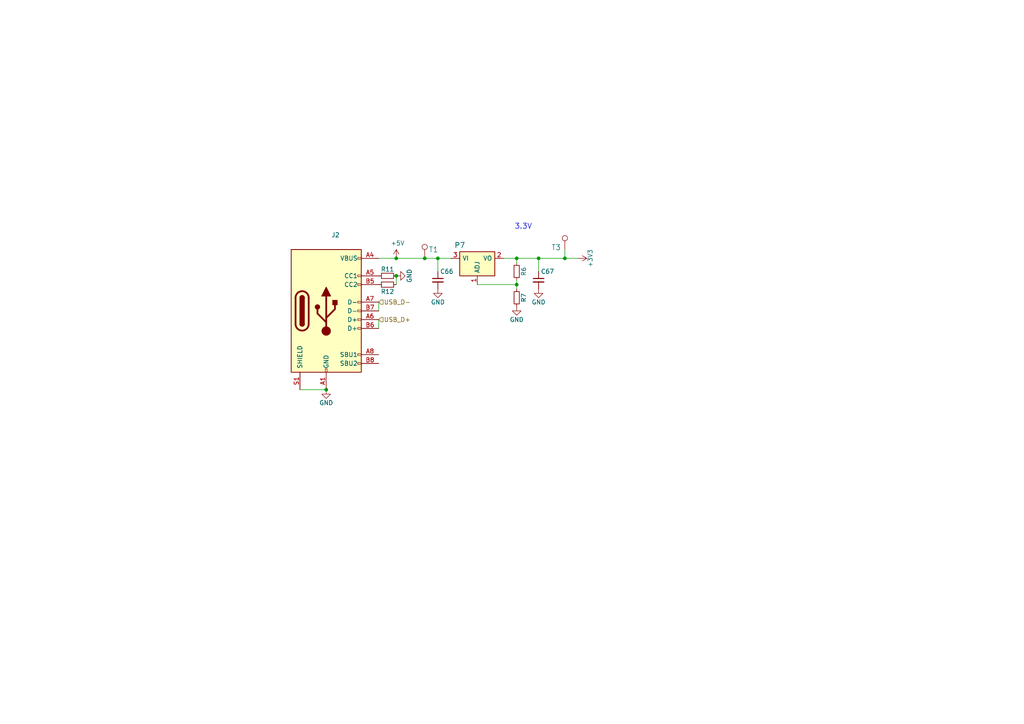
<source format=kicad_sch>
(kicad_sch (version 20211123) (generator eeschema)
  (paper "A4")
  (lib_symbols
    (symbol "Connector:TestPoint" (pin_numbers hide) (pin_names (offset 0.762) hide)
      (property "Reference" "TP" (at 0 6.858 0))
      (property "Value" "TestPoint" (at 0 5.08 0))
      (symbol "TestPoint_0_1"
        (circle (center 0 3.302) (radius 0.762))
      )
      (symbol "TestPoint_1_1"
        (pin passive line (at 0 0 90) (length 2.54) (name "1") (number "1"))
      )
    )
    (symbol "Device:C_Small" (pin_numbers hide) (pin_names (offset 0.254) hide)
      (property "Reference" "C" (at 0.254 1.778 0))
      (property "Value" "C_Small" (at 0.254 -2.032 0))
      (symbol "C_Small_0_1"
        (polyline (pts (xy -1.524 -0.508) (xy 1.524 -0.508)) (stroke (width 0.3302)))
        (polyline (pts (xy -1.524 0.508) (xy 1.524 0.508)) (stroke (width 0.3048)))
      )
      (symbol "C_Small_1_1"
        (pin passive line (at 0 2.54 270) (length 2.032) (name "~") (number "1"))
        (pin passive line (at 0 -2.54 90) (length 2.032) (name "~") (number "2"))
      )
    )
    (symbol "Device:R_Small" (pin_numbers hide) (pin_names (offset 0.254) hide)
      (property "Reference" "R" (at 0.762 0.508 0))
      (property "Value" "R_Small" (at 0.762 -1.016 0))
      (symbol "R_Small_0_1"
        (rectangle (start -0.762 1.778) (end 0.762 -1.778) (stroke (width 0.2032)))
      )
      (symbol "R_Small_1_1"
        (pin passive line (at 0 2.54 270) (length 0.762) (name "~") (number "1"))
        (pin passive line (at 0 -2.54 90) (length 0.762) (name "~") (number "2"))
      )
    )
    (symbol "FullKeyboardV1-rescue:USB_C_Receptacle_USB2.0-Connector" (pin_names (offset 1.016))
      (property "Reference" "J" (at -10.16 19.05 0))
      (property "Value" "USB_C_Receptacle_USB2.0-Connector" (at 19.05 19.05 0))
      (symbol "USB_C_Receptacle_USB2.0-Connector_0_0"
        (rectangle (start -0.254 -17.78) (end 0.254 -16.764))
        (rectangle (start 10.16 -14.986) (end 9.144 -15.494))
        (rectangle (start 10.16 -12.446) (end 9.144 -12.954))
        (rectangle (start 10.16 -4.826) (end 9.144 -5.334))
        (rectangle (start 10.16 -2.286) (end 9.144 -2.794))
        (rectangle (start 10.16 0.254) (end 9.144 -0.254))
        (rectangle (start 10.16 2.794) (end 9.144 2.286))
        (rectangle (start 10.16 7.874) (end 9.144 7.366))
        (rectangle (start 10.16 10.414) (end 9.144 9.906))
        (rectangle (start 10.16 15.494) (end 9.144 14.986))
      )
      (symbol "USB_C_Receptacle_USB2.0-Connector_0_1"
        (rectangle (start -10.16 17.78) (end 10.16 -17.78) (stroke (width 0.254)) (fill (type background)))
        (arc (start -8.89 -3.81) (mid -6.985 -5.715) (end -5.08 -3.81) (stroke (width 0.508)))
        (arc (start -7.62 -3.81) (mid -6.985 -4.445) (end -6.35 -3.81) (stroke (width 0.254)))
        (arc (start -7.62 -3.81) (mid -6.985 -4.445) (end -6.35 -3.81) (stroke (width 0.254)) (fill (type outline)))
        (rectangle (start -7.62 -3.81) (end -6.35 3.81) (stroke (width 0.254)) (fill (type outline)))
        (arc (start -6.35 3.81) (mid -6.985 4.445) (end -7.62 3.81) (stroke (width 0.254)))
        (arc (start -6.35 3.81) (mid -6.985 4.445) (end -7.62 3.81) (stroke (width 0.254)) (fill (type outline)))
        (arc (start -5.08 3.81) (mid -6.985 5.715) (end -8.89 3.81) (stroke (width 0.508)))
        (circle (center -2.54 1.143) (radius 0.635) (stroke (width 0.254)) (fill (type outline)))
        (circle (center 0 -5.842) (radius 1.27) (fill (type outline)))
        (polyline (pts (xy -8.89 -3.81) (xy -8.89 3.81)) (stroke (width 0.508)))
        (polyline (pts (xy -5.08 3.81) (xy -5.08 -3.81)) (stroke (width 0.508)))
        (polyline (pts (xy 0 -5.842) (xy 0 4.318)) (stroke (width 0.508)))
        (polyline (pts (xy 0 -3.302) (xy -2.54 -0.762) (xy -2.54 0.508)) (stroke (width 0.508)))
        (polyline (pts (xy 0 -2.032) (xy 2.54 0.508) (xy 2.54 1.778)) (stroke (width 0.508)))
        (polyline (pts (xy -1.27 4.318) (xy 0 6.858) (xy 1.27 4.318) (xy -1.27 4.318)) (stroke (width 0.254)) (fill (type outline)))
        (rectangle (start 1.905 1.778) (end 3.175 3.048) (stroke (width 0.254)) (fill (type outline)))
      )
      (symbol "USB_C_Receptacle_USB2.0-Connector_1_1"
        (pin power_in line (at 0 -22.86 90) (length 5.08) (name "GND") (number "A1"))
        (pin passive line (at 0 -22.86 90) (length 5.08) hide (name "GND") (number "A12"))
        (pin power_in line (at 15.24 15.24 180) (length 5.08) (name "VBUS") (number "A4"))
        (pin bidirectional line (at 15.24 10.16 180) (length 5.08) (name "CC1") (number "A5"))
        (pin bidirectional line (at 15.24 -2.54 180) (length 5.08) (name "D+") (number "A6"))
        (pin bidirectional line (at 15.24 2.54 180) (length 5.08) (name "D-") (number "A7"))
        (pin bidirectional line (at 15.24 -12.7 180) (length 5.08) (name "SBU1") (number "A8"))
        (pin passive line (at 15.24 15.24 180) (length 5.08) hide (name "VBUS") (number "A9"))
        (pin passive line (at 0 -22.86 90) (length 5.08) hide (name "GND") (number "B1"))
        (pin passive line (at 0 -22.86 90) (length 5.08) hide (name "GND") (number "B12"))
        (pin passive line (at 15.24 15.24 180) (length 5.08) hide (name "VBUS") (number "B4"))
        (pin bidirectional line (at 15.24 7.62 180) (length 5.08) (name "CC2") (number "B5"))
        (pin bidirectional line (at 15.24 -5.08 180) (length 5.08) (name "D+") (number "B6"))
        (pin bidirectional line (at 15.24 0 180) (length 5.08) (name "D-") (number "B7"))
        (pin bidirectional line (at 15.24 -15.24 180) (length 5.08) (name "SBU2") (number "B8"))
        (pin passive line (at 15.24 15.24 180) (length 5.08) hide (name "VBUS") (number "B9"))
        (pin passive line (at -7.62 -22.86 90) (length 5.08) (name "SHIELD") (number "S1"))
      )
    )
    (symbol "Regulator_Linear:AMS1117" (pin_names (offset 0.762))
      (property "Reference" "U" (at -3.81 3.175 0))
      (property "Value" "AMS1117" (at 0 3.175 0))
      (symbol "AMS1117_0_1"
        (rectangle (start -5.08 -5.08) (end 5.08 1.905) (stroke (width 0.254)) (fill (type background)))
      )
      (symbol "AMS1117_1_1"
        (pin input line (at 0 -7.62 90) (length 2.54) (name "ADJ") (number "1"))
        (pin power_out line (at 7.62 0 180) (length 2.54) (name "VO") (number "2"))
        (pin power_in line (at -7.62 0 0) (length 2.54) (name "VI") (number "3"))
      )
    )
    (symbol "power:+3V3" (power) (pin_names (offset 0))
      (property "Value" "+3V3" (at 0 3.556 0))
      (symbol "+3V3_0_1"
        (polyline (pts (xy -0.762 1.27) (xy 0 2.54)))
        (polyline (pts (xy 0 0) (xy 0 2.54)))
        (polyline (pts (xy 0 2.54) (xy 0.762 1.27)))
      )
      (symbol "+3V3_1_1"
        (pin power_in line (at 0 0 90) (length 0) hide (name "+3V3") (number "1"))
      )
    )
    (symbol "power:+5V" (power) (pin_names (offset 0))
      (property "Value" "+5V" (at 0 3.556 0))
      (symbol "+5V_0_1"
        (polyline (pts (xy -0.762 1.27) (xy 0 2.54)))
        (polyline (pts (xy 0 0) (xy 0 2.54)))
        (polyline (pts (xy 0 2.54) (xy 0.762 1.27)))
      )
      (symbol "+5V_1_1"
        (pin power_in line (at 0 0 90) (length 0) hide (name "+5V") (number "1"))
      )
    )
    (symbol "power:GND" (power) (pin_names (offset 0))
      (property "Value" "GND" (at 0 -3.81 0))
      (symbol "GND_0_1"
        (polyline (pts (xy 0 0) (xy 0 -1.27) (xy 1.27 -1.27) (xy 0 -2.54) (xy -1.27 -1.27) (xy 0 -1.27)))
      )
      (symbol "GND_1_1"
        (pin power_in line (at 0 0 270) (length 0) hide (name "GND") (number "1"))
      )
    )
  )
  (junction (at 127 74.93))
  (junction (at 156.21 74.93))
  (junction (at 123.19 74.93))
  (junction (at 114.935 74.93))
  (junction (at 149.86 82.55))
  (junction (at 114.935 80.01))
  (junction (at 163.83 74.93))
  (junction (at 94.615 113.03))
  (junction (at 149.86 74.93))
  (wire (pts (xy 163.83 74.93) (xy 167.64 74.93)))
  (wire (pts (xy 114.935 82.55) (xy 114.935 80.01)))
  (wire (pts (xy 123.19 74.93) (xy 127 74.93)))
  (wire (pts (xy 149.86 74.93) (xy 156.21 74.93)))
  (wire (pts (xy 130.81 74.93) (xy 127 74.93)))
  (wire (pts (xy 109.855 74.93) (xy 114.935 74.93)))
  (wire (pts (xy 149.86 83.82) (xy 149.86 82.55)))
  (wire (pts (xy 114.935 74.93) (xy 123.19 74.93)))
  (wire (pts (xy 94.615 113.03) (xy 86.995 113.03)))
  (wire (pts (xy 149.86 82.55) (xy 149.86 81.28)))
  (wire (pts (xy 146.05 74.93) (xy 149.86 74.93)))
  (wire (pts (xy 127 74.93) (xy 127 78.74)))
  (wire (pts (xy 109.855 95.25) (xy 109.855 92.71)))
  (wire (pts (xy 109.855 90.17) (xy 109.855 87.63)))
  (wire (pts (xy 156.21 74.93) (xy 163.83 74.93)))
  (wire (pts (xy 156.21 74.93) (xy 156.21 78.74)))
  (wire (pts (xy 138.43 82.55) (xy 149.86 82.55)))
  (wire (pts (xy 149.86 74.93) (xy 149.86 76.2)))
  (wire (pts (xy 163.83 72.39) (xy 163.83 74.93)))
  (text "3.3V" (at 149.225 66.675 0) (effects (font (size 1.524 1.524)) (justify left bottom)))
  (hierarchical_label "USB_D-" (shape input) (at 109.855 87.63 0))
  (hierarchical_label "USB_D+" (shape input) (at 109.855 92.71 0))
  (symbol (lib_id "Connector:TestPoint") (at 123.19 74.93 0) (unit 1)
    (property "Reference" "T1" (at 125.73 72.39 0) (effects (font (size 1.524 1.524))))
  )
  (symbol (lib_id "power:GND") (at 94.615 113.03 0) (unit 1)
    (property "Reference" "#PWR0158" (effects hide))
  )
  (symbol (lib_id "Regulator_Linear:AMS1117") (at 138.43 74.93 0) (unit 1)
    (property "Reference" "P7" (at 133.35 71.12 0) (effects (font (size 1.524 1.524))))
  )
  (symbol (lib_id "Device:R_Small") (at 149.86 78.74 0) (unit 1)
    (property "Reference" "R6" (at 151.892 78.74 90))
  )
  (symbol (lib_id "Device:R_Small") (at 149.86 86.36 0) (unit 1)
    (property "Reference" "R7" (at 151.892 86.36 90))
  )
  (symbol (lib_id "power:GND") (at 149.86 88.9 0) (unit 1)
    (property "Reference" "#PWR0159" (effects hide))
  )
  (symbol (lib_id "Device:C_Small") (at 156.21 81.28 0) (unit 1)
    (property "Reference" "C67" (at 156.845 78.74 0) (effects (justify left)))
  )
  (symbol (lib_id "power:GND") (at 156.21 83.82 0) (unit 1)
    (property "Reference" "#PWR0160" (effects hide))
  )
  (symbol (lib_id "Device:C_Small") (at 127 81.28 0) (unit 1)
    (property "Reference" "C66" (at 127.635 78.74 0) (effects (justify left)))
  )
  (symbol (lib_id "power:GND") (at 127 83.82 0) (unit 1)
    (property "Reference" "#PWR0161" (effects hide))
  )
  (symbol (lib_id "Connector:TestPoint") (at 163.83 72.39 0) (unit 1)
    (property "Reference" "T3" (at 161.29 71.755 0) (effects (font (size 1.524 1.524))))
  )
  (symbol (lib_id "power:+3V3") (at 167.64 74.93 270) (unit 1)
    (property "Reference" "#PWR0162" (effects hide))
  )
  (symbol (lib_id "FullKeyboardV1-rescue:USB_C_Receptacle_USB2.0-Connector") (at 94.615 90.17 0) (unit 1)
    (property "Reference" "J2" (at 97.3328 68.1482 0))
    (property "Datasheet" "https://www.usb.org/sites/default/files/documents/usb_type-c.zip" (effects hide))
  )
  (symbol (lib_id "Device:R_Small") (at 112.395 80.01 270) (unit 1)
    (property "Reference" "R11" (at 112.395 78.105 90))
  )
  (symbol (lib_id "Device:R_Small") (at 112.395 82.55 270) (unit 1)
    (property "Reference" "R12" (at 112.395 84.582 90))
  )
  (symbol (lib_id "power:GND") (at 114.935 80.01 90) (unit 1)
    (property "Reference" "#PWR0190" (effects hide))
  )
  (symbol (lib_id "power:+5V") (at 114.935 74.93 0) (unit 1)
    (property "Reference" "#PWR0155" (effects hide))
  )
)
</source>
